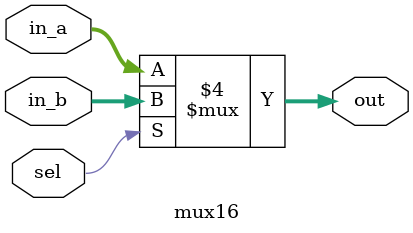
<source format=v>

`timescale 1ns/100ps

module mux16 (in_a, in_b, sel, out);

  /*
   *  16-BIT MULTIPLEXER - mux16.v
   *
   *  Inputs:
   *   - in_a (16 bits): First input to the multiplexer. Chosen when sel = 0.
   *   - in_b (16 bits): Second input to the multiplexer. Chosen when sel = 1.
   *   - sel: Controls which input is seen at the output.
   *
   *  Outputs:
   *   - out: Output from the multiplexer.
   *
   */

  input  [15:0] in_a;
  input  [15:0] in_b;
  input         sel;
  output [15:0] out;

  reg   [15:0] out;
   
  always @ (in_a, in_b, sel)
  begin
    if (sel == 1'b0)
      out <= in_a;
    else
      out <= in_b;
  end

endmodule 

</source>
